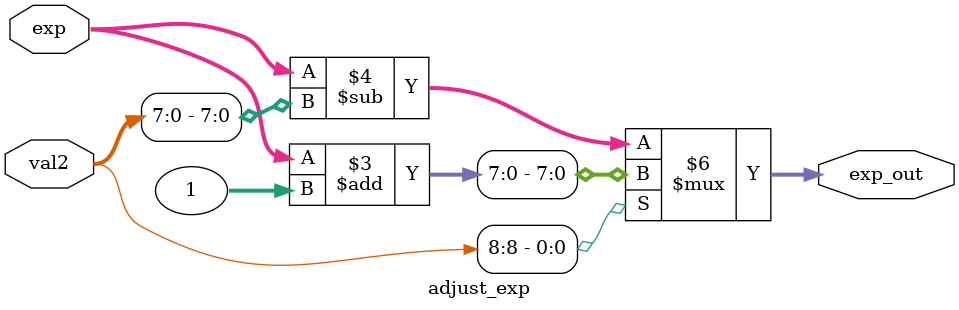
<source format=v>
`timescale 1ns / 1ps


module adjust_exp(
    input [7:0] exp,
    input [8:0] val2,
    output reg [7:0] exp_out
    );
    always@(*)
    begin
        if (val2[8] == 1)
        begin
            exp_out <= exp + 1;
        end
        else 
        begin
            exp_out <= exp - val2[7:0];
        end
    end
endmodule

</source>
